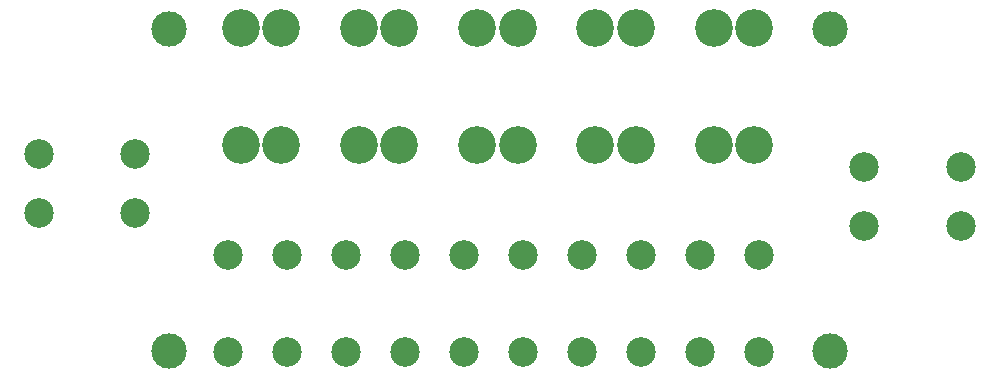
<source format=gbr>
%TF.GenerationSoftware,KiCad,Pcbnew,8.0.7-8.0.7-0~ubuntu24.04.1*%
%TF.CreationDate,2025-01-05T10:18:18-08:00*%
%TF.ProjectId,mini-pdb,6d696e69-2d70-4646-922e-6b696361645f,1.1*%
%TF.SameCoordinates,Original*%
%TF.FileFunction,Soldermask,Bot*%
%TF.FilePolarity,Negative*%
%FSLAX46Y46*%
G04 Gerber Fmt 4.6, Leading zero omitted, Abs format (unit mm)*
G04 Created by KiCad (PCBNEW 8.0.7-8.0.7-0~ubuntu24.04.1) date 2025-01-05 10:18:18*
%MOMM*%
%LPD*%
G01*
G04 APERTURE LIST*
%ADD10C,3.204000*%
%ADD11C,2.500000*%
%ADD12C,3.000000*%
G04 APERTURE END LIST*
D10*
%TO.C,F5*%
X227274920Y-112325000D03*
X223874920Y-112325000D03*
X227274920Y-122225000D03*
X223874920Y-122225000D03*
%TD*%
%TO.C,F3*%
X207274960Y-112325000D03*
X203874960Y-112325000D03*
X207274960Y-122225000D03*
X203874960Y-122225000D03*
%TD*%
%TO.C,F4*%
X217274940Y-112325000D03*
X213874940Y-112325000D03*
X217274940Y-122225000D03*
X213874940Y-122225000D03*
%TD*%
D11*
%TO.C,J2*%
X236625000Y-129125000D03*
X244824999Y-129125000D03*
X236625000Y-124124998D03*
X244824999Y-124124998D03*
%TD*%
D12*
%TO.C,H4*%
X233750000Y-139700000D03*
%TD*%
%TO.C,H1*%
X177800000Y-112450000D03*
%TD*%
%TO.C,H2*%
X233750000Y-112450000D03*
%TD*%
D11*
%TO.C,J1*%
X174925000Y-123025000D03*
X166725001Y-123025000D03*
X174925000Y-128025002D03*
X166725001Y-128025002D03*
%TD*%
D10*
%TO.C,F2*%
X197274980Y-112325000D03*
X193874980Y-112325000D03*
X197274980Y-122225000D03*
X193874980Y-122225000D03*
%TD*%
%TO.C,F1*%
X187275000Y-112325000D03*
X183875000Y-112325000D03*
X187275000Y-122225000D03*
X183875000Y-122225000D03*
%TD*%
D12*
%TO.C,H3*%
X177800000Y-139700000D03*
%TD*%
D11*
%TO.C,J3*%
X182725000Y-131525000D03*
X182725000Y-139724999D03*
X187725002Y-131525000D03*
X187725002Y-139724999D03*
X192725003Y-131525000D03*
X192725003Y-139724999D03*
X197725003Y-131525000D03*
X197725003Y-139724999D03*
X202725003Y-131525000D03*
X202725003Y-139724999D03*
X207725003Y-131525000D03*
X207725003Y-139724999D03*
X212725003Y-131525000D03*
X212725003Y-139724999D03*
X217725003Y-131525000D03*
X217725003Y-139724999D03*
X222725003Y-131525000D03*
X222725003Y-139724999D03*
X227725004Y-131525000D03*
X227725004Y-139724999D03*
%TD*%
M02*

</source>
